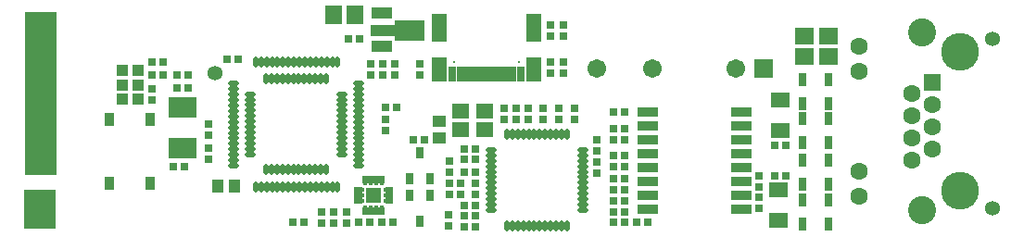
<source format=gts>
G04*
G04 #@! TF.GenerationSoftware,Altium Limited,Altium Designer,18.1.7 (191)*
G04*
G04 Layer_Color=8388736*
%FSLAX44Y44*%
%MOMM*%
G71*
G01*
G75*
%ADD43R,2.8750X3.6750*%
%ADD44R,2.8750X14.9250*%
%ADD45R,1.1832X1.1332*%
%ADD46R,0.8032X0.8032*%
%ADD47R,0.8032X0.8032*%
%ADD48R,1.7032X1.5032*%
%ADD49R,1.6032X1.4032*%
%ADD50R,2.6032X1.9032*%
G04:AMPARAMS|DCode=51|XSize=0.5032mm|YSize=1.0032mm|CornerRadius=0.1766mm|HoleSize=0mm|Usage=FLASHONLY|Rotation=270.000|XOffset=0mm|YOffset=0mm|HoleType=Round|Shape=RoundedRectangle|*
%AMROUNDEDRECTD51*
21,1,0.5032,0.6500,0,0,270.0*
21,1,0.1500,1.0032,0,0,270.0*
1,1,0.3532,-0.3250,-0.0750*
1,1,0.3532,-0.3250,0.0750*
1,1,0.3532,0.3250,0.0750*
1,1,0.3532,0.3250,-0.0750*
%
%ADD51ROUNDEDRECTD51*%
G04:AMPARAMS|DCode=52|XSize=0.5032mm|YSize=1.0032mm|CornerRadius=0.1766mm|HoleSize=0mm|Usage=FLASHONLY|Rotation=0.000|XOffset=0mm|YOffset=0mm|HoleType=Round|Shape=RoundedRectangle|*
%AMROUNDEDRECTD52*
21,1,0.5032,0.6500,0,0,0.0*
21,1,0.1500,1.0032,0,0,0.0*
1,1,0.3532,0.0750,-0.3250*
1,1,0.3532,-0.0750,-0.3250*
1,1,0.3532,-0.0750,0.3250*
1,1,0.3532,0.0750,0.3250*
%
%ADD52ROUNDEDRECTD52*%
%ADD53R,0.4832X0.4832*%
%ADD54O,0.4832X0.8632*%
%ADD55O,0.8632X0.4832*%
%ADD56R,1.4532X1.4532*%
%ADD57R,1.9032X1.1032*%
%ADD58R,2.7032X1.1032*%
%ADD59R,2.8032X1.9032*%
%ADD60R,1.8732X0.9632*%
%ADD61R,0.9032X1.3032*%
%ADD62R,1.0032X1.0032*%
%ADD63R,0.7532X1.0032*%
%ADD64R,1.1332X1.1832*%
%ADD65R,0.8032X1.3532*%
%ADD66R,0.5032X1.3532*%
%ADD67R,2.4532X0.5532*%
%ADD68R,0.6532X1.2032*%
%ADD69R,1.7032X1.4032*%
%ADD70R,1.5032X1.7032*%
%ADD71C,1.3552*%
%ADD72C,1.7112*%
%ADD73R,1.7112X1.7112*%
%ADD74C,1.6012*%
%ADD75C,2.5582*%
%ADD76C,3.4532*%
%ADD77R,1.6012X1.6012*%
%ADD78R,1.4032X2.2032*%
%ADD79R,1.4032X2.5032*%
%ADD80C,0.2032*%
D43*
X180125Y314125D02*
D03*
D44*
X180375Y419625D02*
D03*
D45*
X545000Y379300D02*
D03*
Y394700D02*
D03*
D46*
X553000Y309080D02*
D03*
Y298920D02*
D03*
X496000Y396080D02*
D03*
Y385920D02*
D03*
X658000Y472920D02*
D03*
Y483080D02*
D03*
X646000Y472920D02*
D03*
Y483080D02*
D03*
X658000Y449080D02*
D03*
Y438920D02*
D03*
X646000Y449080D02*
D03*
Y438920D02*
D03*
X837000Y345080D02*
D03*
Y334920D02*
D03*
Y314920D02*
D03*
Y325080D02*
D03*
X578000Y327920D02*
D03*
Y338080D02*
D03*
X689000Y367920D02*
D03*
Y378080D02*
D03*
X527000Y436920D02*
D03*
Y447080D02*
D03*
X460000Y301920D02*
D03*
Y312080D02*
D03*
X334000Y381920D02*
D03*
Y392080D02*
D03*
X493000Y447080D02*
D03*
Y436920D02*
D03*
X282000Y413920D02*
D03*
Y424080D02*
D03*
X504000Y447080D02*
D03*
Y436920D02*
D03*
X554000Y347920D02*
D03*
Y358080D02*
D03*
X604000Y395920D02*
D03*
Y406080D02*
D03*
X615000Y395920D02*
D03*
Y406080D02*
D03*
X626000D02*
D03*
Y395920D02*
D03*
X640000D02*
D03*
Y406080D02*
D03*
X654000Y395920D02*
D03*
Y406080D02*
D03*
X668000Y396000D02*
D03*
Y406160D02*
D03*
X689000Y346920D02*
D03*
Y357080D02*
D03*
X437000Y312000D02*
D03*
Y301840D02*
D03*
X482000Y436920D02*
D03*
Y447080D02*
D03*
X334000Y359920D02*
D03*
Y370080D02*
D03*
X448000Y312080D02*
D03*
Y301920D02*
D03*
D47*
X578080Y308000D02*
D03*
X567920D02*
D03*
X850920Y345000D02*
D03*
X861080D02*
D03*
X850920Y373000D02*
D03*
X861080D02*
D03*
X703920Y322000D02*
D03*
X714080D02*
D03*
X703920Y332000D02*
D03*
X714080D02*
D03*
X724920Y302000D02*
D03*
X735080D02*
D03*
X703920Y302000D02*
D03*
X714080D02*
D03*
X703920Y378000D02*
D03*
X714080D02*
D03*
X703920Y403000D02*
D03*
X714080D02*
D03*
X703920Y363000D02*
D03*
X714080D02*
D03*
X578080Y298000D02*
D03*
X567920D02*
D03*
X578080Y318000D02*
D03*
X567920D02*
D03*
Y369000D02*
D03*
X578080D02*
D03*
X567920Y360000D02*
D03*
X578080D02*
D03*
X531080Y378000D02*
D03*
X520920D02*
D03*
X421080Y302000D02*
D03*
X410920D02*
D03*
X281920Y449000D02*
D03*
X292080D02*
D03*
X281920Y437000D02*
D03*
X292080D02*
D03*
X495920Y407000D02*
D03*
X506080D02*
D03*
X703920Y353000D02*
D03*
X714080D02*
D03*
X714080Y312000D02*
D03*
X703920D02*
D03*
X714080Y342000D02*
D03*
X703920D02*
D03*
X714080Y388000D02*
D03*
X703920D02*
D03*
X564080Y328000D02*
D03*
X553920D02*
D03*
X564080Y338000D02*
D03*
X553920D02*
D03*
X578080Y348000D02*
D03*
X567920D02*
D03*
X502080Y302000D02*
D03*
X491920D02*
D03*
X315080Y437000D02*
D03*
X304920D02*
D03*
X312080Y353000D02*
D03*
X301920D02*
D03*
X315080Y425000D02*
D03*
X304920D02*
D03*
X470920Y302000D02*
D03*
X481080D02*
D03*
X361080Y451000D02*
D03*
X350920D02*
D03*
X472080Y470000D02*
D03*
X461920D02*
D03*
D48*
X900000Y453500D02*
D03*
Y472500D02*
D03*
X878000Y453500D02*
D03*
Y472500D02*
D03*
D49*
X586000Y387000D02*
D03*
Y404000D02*
D03*
X564000D02*
D03*
Y387000D02*
D03*
D50*
X310600Y407500D02*
D03*
Y370500D02*
D03*
D51*
X675750Y313500D02*
D03*
X675750Y318500D02*
D03*
X675750Y323500D02*
D03*
X675750Y328500D02*
D03*
Y333500D02*
D03*
Y338500D02*
D03*
Y343500D02*
D03*
Y348500D02*
D03*
X675750Y353500D02*
D03*
X675750Y358500D02*
D03*
Y363500D02*
D03*
Y368500D02*
D03*
X592250Y313500D02*
D03*
Y318500D02*
D03*
Y323500D02*
D03*
Y328500D02*
D03*
Y333500D02*
D03*
Y338500D02*
D03*
Y343500D02*
D03*
Y348500D02*
D03*
Y353500D02*
D03*
Y358500D02*
D03*
Y363500D02*
D03*
Y368500D02*
D03*
X372250Y419500D02*
D03*
X372250Y414500D02*
D03*
X372250Y409500D02*
D03*
X372250Y404500D02*
D03*
Y399500D02*
D03*
Y394500D02*
D03*
Y389500D02*
D03*
Y384500D02*
D03*
X372250Y379500D02*
D03*
X372250Y374500D02*
D03*
Y369500D02*
D03*
Y364500D02*
D03*
X455750Y419500D02*
D03*
Y414500D02*
D03*
Y409500D02*
D03*
Y404500D02*
D03*
Y399500D02*
D03*
Y394500D02*
D03*
Y389500D02*
D03*
Y384500D02*
D03*
Y379500D02*
D03*
Y374500D02*
D03*
Y369500D02*
D03*
Y364500D02*
D03*
X471500Y354000D02*
D03*
Y359000D02*
D03*
Y364000D02*
D03*
Y369000D02*
D03*
Y374000D02*
D03*
Y379000D02*
D03*
Y384000D02*
D03*
Y389000D02*
D03*
Y394000D02*
D03*
Y399000D02*
D03*
Y404000D02*
D03*
Y409000D02*
D03*
Y414000D02*
D03*
Y419000D02*
D03*
Y424000D02*
D03*
Y429000D02*
D03*
X357080Y354000D02*
D03*
Y359000D02*
D03*
Y364000D02*
D03*
Y369000D02*
D03*
Y374000D02*
D03*
Y379000D02*
D03*
Y384000D02*
D03*
Y389000D02*
D03*
Y394000D02*
D03*
Y399000D02*
D03*
Y404000D02*
D03*
Y409000D02*
D03*
Y414000D02*
D03*
Y419000D02*
D03*
Y424000D02*
D03*
Y429000D02*
D03*
D52*
X661500Y382750D02*
D03*
X656500D02*
D03*
X651500D02*
D03*
X646500D02*
D03*
X641500D02*
D03*
X636500D02*
D03*
X631500D02*
D03*
X626500D02*
D03*
X621500D02*
D03*
X616500D02*
D03*
X611500D02*
D03*
X606500D02*
D03*
X661500Y299250D02*
D03*
X656500D02*
D03*
X651500D02*
D03*
X646500D02*
D03*
X641500D02*
D03*
X636500D02*
D03*
X631500D02*
D03*
X626500D02*
D03*
X621500D02*
D03*
X616500D02*
D03*
X611500D02*
D03*
X606500D02*
D03*
X386500Y350250D02*
D03*
X391500D02*
D03*
X396500D02*
D03*
X401500D02*
D03*
X406500D02*
D03*
X411500D02*
D03*
X416500D02*
D03*
X421500D02*
D03*
X426500D02*
D03*
X431500D02*
D03*
X436500D02*
D03*
X441500D02*
D03*
X386500Y433750D02*
D03*
X391500D02*
D03*
X396500D02*
D03*
X401500D02*
D03*
X406500D02*
D03*
X411500D02*
D03*
X416500D02*
D03*
X421500D02*
D03*
X426500D02*
D03*
X431500D02*
D03*
X436500D02*
D03*
X441500D02*
D03*
X452000Y448500D02*
D03*
X447000D02*
D03*
X442000D02*
D03*
X437000D02*
D03*
X432000D02*
D03*
X427000D02*
D03*
X422000D02*
D03*
X417000D02*
D03*
X412000D02*
D03*
X407000D02*
D03*
X402000D02*
D03*
X397000D02*
D03*
X392000D02*
D03*
X387000D02*
D03*
X382000D02*
D03*
X377000D02*
D03*
X452000Y334500D02*
D03*
X447000D02*
D03*
X442000D02*
D03*
X437000D02*
D03*
X432000D02*
D03*
X427000D02*
D03*
X422000D02*
D03*
X417000D02*
D03*
X412000D02*
D03*
X407000D02*
D03*
X402000D02*
D03*
X397000D02*
D03*
X392000D02*
D03*
X387000D02*
D03*
X382000D02*
D03*
X377000D02*
D03*
D53*
X492350Y311810D02*
D03*
X487350D02*
D03*
X482350D02*
D03*
X477350D02*
D03*
X469700Y321746D02*
D03*
Y326746D02*
D03*
Y331746D02*
D03*
X477350Y342110D02*
D03*
X482350D02*
D03*
X487350D02*
D03*
X492350D02*
D03*
X500000Y332000D02*
D03*
Y327000D02*
D03*
Y322000D02*
D03*
D54*
X492350Y313710D02*
D03*
X487350D02*
D03*
X482350D02*
D03*
X477350D02*
D03*
Y340210D02*
D03*
X482350D02*
D03*
X487350D02*
D03*
X492350D02*
D03*
D55*
X471600Y321746D02*
D03*
Y326746D02*
D03*
Y331746D02*
D03*
X498100Y332000D02*
D03*
Y327000D02*
D03*
Y322000D02*
D03*
D56*
X484850Y326960D02*
D03*
D57*
X492000Y494000D02*
D03*
Y463000D02*
D03*
D58*
X496000Y478000D02*
D03*
D59*
X518000D02*
D03*
D60*
X735350Y403450D02*
D03*
Y390750D02*
D03*
Y378050D02*
D03*
Y365350D02*
D03*
Y352650D02*
D03*
Y339950D02*
D03*
Y327250D02*
D03*
Y314550D02*
D03*
X820650D02*
D03*
Y327250D02*
D03*
Y339950D02*
D03*
Y352650D02*
D03*
Y365350D02*
D03*
Y378050D02*
D03*
Y390750D02*
D03*
Y403450D02*
D03*
D61*
X280500Y337500D02*
D03*
Y396500D02*
D03*
X243500D02*
D03*
Y337500D02*
D03*
D62*
X269300Y441000D02*
D03*
X255300D02*
D03*
X269300Y428000D02*
D03*
X255300D02*
D03*
X269300Y415000D02*
D03*
X255300D02*
D03*
D63*
X527000Y365500D02*
D03*
X536500Y342500D02*
D03*
X517500D02*
D03*
X527000Y303500D02*
D03*
X517500Y326500D02*
D03*
X536500D02*
D03*
D64*
X342300Y335000D02*
D03*
X357700D02*
D03*
D65*
X619000Y438030D02*
D03*
X611500D02*
D03*
X564500Y438000D02*
D03*
X557000Y438030D02*
D03*
D66*
X605500D02*
D03*
X600500D02*
D03*
X595500D02*
D03*
X590500D02*
D03*
X585500Y438000D02*
D03*
X580500Y438030D02*
D03*
X575500D02*
D03*
X570500D02*
D03*
D67*
X181000Y457500D02*
D03*
Y452500D02*
D03*
Y447500D02*
D03*
Y442500D02*
D03*
Y302500D02*
D03*
Y307500D02*
D03*
Y312500D02*
D03*
Y317500D02*
D03*
Y322500D02*
D03*
Y327500D02*
D03*
Y352500D02*
D03*
Y357500D02*
D03*
Y362500D02*
D03*
Y367500D02*
D03*
Y372500D02*
D03*
Y377500D02*
D03*
Y382500D02*
D03*
Y387500D02*
D03*
Y392500D02*
D03*
Y397500D02*
D03*
Y402500D02*
D03*
Y407500D02*
D03*
Y412500D02*
D03*
Y417500D02*
D03*
Y422500D02*
D03*
Y427500D02*
D03*
Y432500D02*
D03*
Y437500D02*
D03*
Y462500D02*
D03*
Y487500D02*
D03*
Y482500D02*
D03*
Y477500D02*
D03*
Y472500D02*
D03*
Y467500D02*
D03*
D68*
X900000Y359000D02*
D03*
Y337000D02*
D03*
X877000Y359000D02*
D03*
Y337000D02*
D03*
X900000Y323000D02*
D03*
Y301000D02*
D03*
X877000Y323000D02*
D03*
Y301000D02*
D03*
X900000Y411000D02*
D03*
Y433000D02*
D03*
X877000Y411000D02*
D03*
Y433000D02*
D03*
X900000Y375000D02*
D03*
Y397000D02*
D03*
X877000Y375000D02*
D03*
Y397000D02*
D03*
D69*
X856000Y413954D02*
D03*
Y386046D02*
D03*
X855000Y304046D02*
D03*
Y331954D02*
D03*
D70*
X448500Y492000D02*
D03*
X467500D02*
D03*
D71*
X1050000Y315000D02*
D03*
X340000Y439000D02*
D03*
X1050000Y470000D02*
D03*
D72*
X688800Y442680D02*
D03*
X739600D02*
D03*
X815800D02*
D03*
D73*
X841200D02*
D03*
D74*
X928700Y440500D02*
D03*
Y463400D02*
D03*
Y349100D02*
D03*
Y326200D02*
D03*
X977000Y359200D02*
D03*
X994800Y369400D02*
D03*
X977000Y379600D02*
D03*
X994800Y389800D02*
D03*
X977000Y400000D02*
D03*
X994800Y410200D02*
D03*
X977000Y420400D02*
D03*
D75*
X985900Y476100D02*
D03*
Y313500D02*
D03*
D76*
X1020200Y458300D02*
D03*
Y331300D02*
D03*
D77*
X994800Y430600D02*
D03*
D78*
X631200Y441830D02*
D03*
X544700D02*
D03*
D79*
X631200Y480430D02*
D03*
X544700D02*
D03*
D80*
X618000Y449000D02*
D03*
X558000D02*
D03*
M02*

</source>
